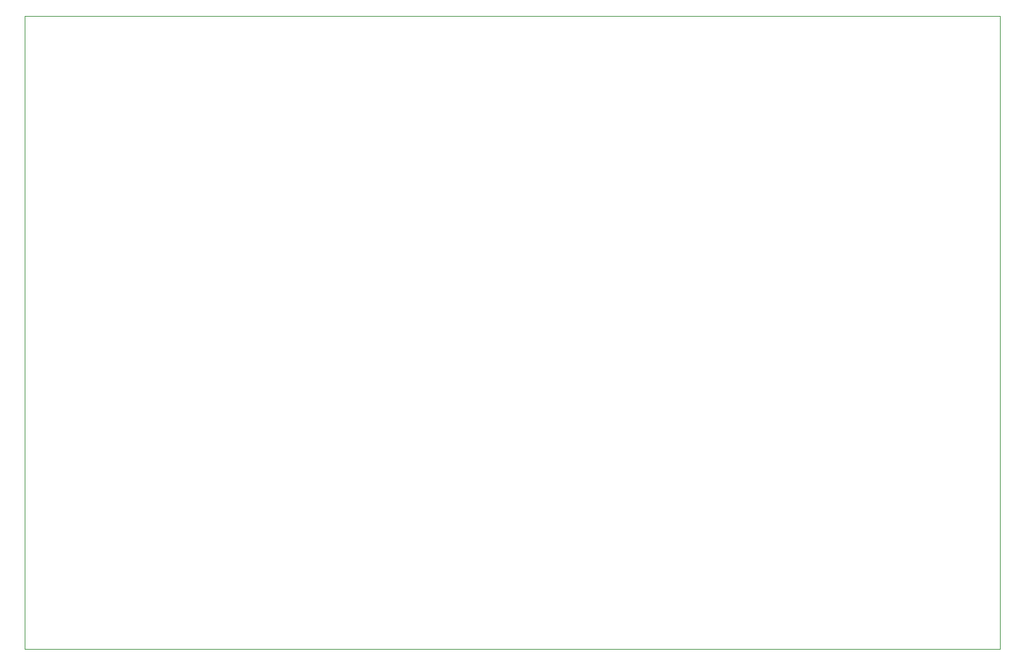
<source format=gbr>
%TF.GenerationSoftware,KiCad,Pcbnew,8.0.7*%
%TF.CreationDate,2025-08-04T19:52:47+05:30*%
%TF.ProjectId,IOT,494f542e-6b69-4636-9164-5f7063625858,rev?*%
%TF.SameCoordinates,Original*%
%TF.FileFunction,Profile,NP*%
%FSLAX46Y46*%
G04 Gerber Fmt 4.6, Leading zero omitted, Abs format (unit mm)*
G04 Created by KiCad (PCBNEW 8.0.7) date 2025-08-04 19:52:47*
%MOMM*%
%LPD*%
G01*
G04 APERTURE LIST*
%TA.AperFunction,Profile*%
%ADD10C,0.050000*%
%TD*%
G04 APERTURE END LIST*
D10*
X126775000Y-24150000D02*
X250450000Y-24150000D01*
X250450000Y-104500000D01*
X126775000Y-104500000D01*
X126775000Y-24150000D01*
M02*

</source>
